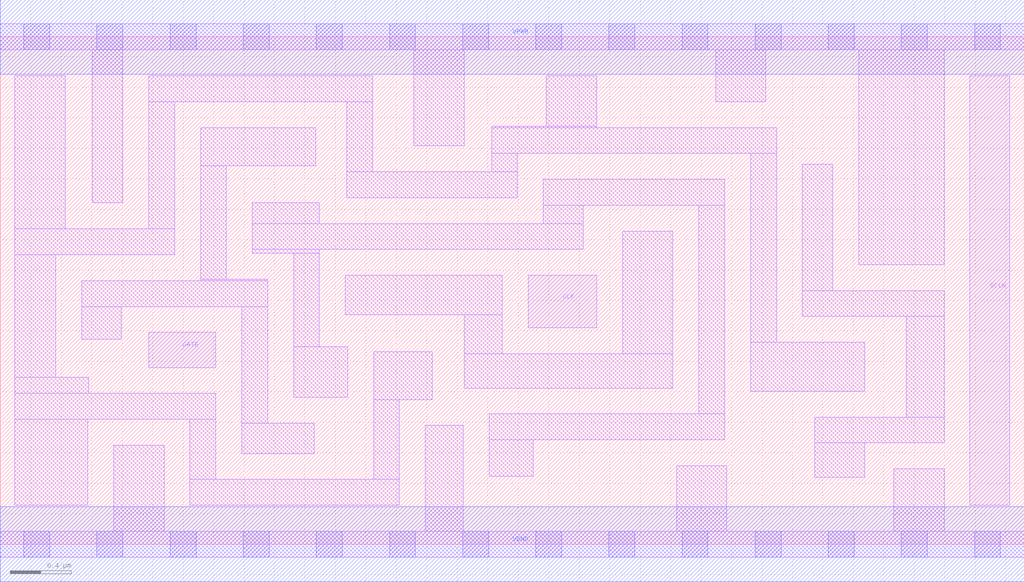
<source format=lef>
# Copyright 2020 The SkyWater PDK Authors
#
# Licensed under the Apache License, Version 2.0 (the "License");
# you may not use this file except in compliance with the License.
# You may obtain a copy of the License at
#
#     https://www.apache.org/licenses/LICENSE-2.0
#
# Unless required by applicable law or agreed to in writing, software
# distributed under the License is distributed on an "AS IS" BASIS,
# WITHOUT WARRANTIES OR CONDITIONS OF ANY KIND, either express or implied.
# See the License for the specific language governing permissions and
# limitations under the License.
#
# SPDX-License-Identifier: Apache-2.0

VERSION 5.7 ;
  NOWIREEXTENSIONATPIN ON ;
  DIVIDERCHAR "/" ;
  BUSBITCHARS "[]" ;
UNITS
  DATABASE MICRONS 200 ;
END UNITS
MACRO sky130_fd_sc_lp__dlclkp_1
  CLASS CORE ;
  FOREIGN sky130_fd_sc_lp__dlclkp_1 ;
  ORIGIN  0.000000  0.000000 ;
  SIZE  6.720000 BY  3.330000 ;
  SYMMETRY X Y R90 ;
  SITE unit ;
  PIN GATE
    ANTENNAGATEAREA  0.159000 ;
    DIRECTION INPUT ;
    USE SIGNAL ;
    PORT
      LAYER li1 ;
        RECT 0.975000 1.160000 1.415000 1.390000 ;
    END
  END GATE
  PIN GCLK
    ANTENNADIFFAREA  0.556500 ;
    DIRECTION OUTPUT ;
    USE SIGNAL ;
    PORT
      LAYER li1 ;
        RECT 6.365000 0.255000 6.625000 3.075000 ;
    END
  END GCLK
  PIN CLK
    ANTENNAGATEAREA  0.318000 ;
    DIRECTION INPUT ;
    USE CLOCK ;
    PORT
      LAYER li1 ;
        RECT 3.465000 1.420000 3.915000 1.765000 ;
    END
  END CLK
  PIN VGND
    DIRECTION INOUT ;
    USE GROUND ;
    PORT
      LAYER met1 ;
        RECT 0.000000 -0.245000 6.720000 0.245000 ;
    END
  END VGND
  PIN VPWR
    DIRECTION INOUT ;
    USE POWER ;
    PORT
      LAYER met1 ;
        RECT 0.000000 3.085000 6.720000 3.575000 ;
    END
  END VPWR
  OBS
    LAYER li1 ;
      RECT 0.000000 -0.085000 6.720000 0.085000 ;
      RECT 0.000000  3.245000 6.720000 3.415000 ;
      RECT 0.095000  0.255000 0.575000 0.820000 ;
      RECT 0.095000  0.820000 1.415000 0.990000 ;
      RECT 0.095000  0.990000 0.580000 1.095000 ;
      RECT 0.095000  1.095000 0.365000 1.900000 ;
      RECT 0.095000  1.900000 1.145000 2.070000 ;
      RECT 0.095000  2.070000 0.425000 3.075000 ;
      RECT 0.535000  1.345000 0.795000 1.560000 ;
      RECT 0.535000  1.560000 1.755000 1.730000 ;
      RECT 0.605000  2.240000 0.805000 3.245000 ;
      RECT 0.745000  0.085000 1.075000 0.650000 ;
      RECT 0.975000  2.070000 1.145000 2.905000 ;
      RECT 0.975000  2.905000 2.445000 3.075000 ;
      RECT 1.245000  0.255000 2.620000 0.425000 ;
      RECT 1.245000  0.425000 1.415000 0.820000 ;
      RECT 1.315000  1.730000 1.755000 1.740000 ;
      RECT 1.315000  1.740000 1.485000 2.485000 ;
      RECT 1.315000  2.485000 2.070000 2.735000 ;
      RECT 1.585000  0.595000 2.060000 0.795000 ;
      RECT 1.585000  0.795000 1.755000 1.560000 ;
      RECT 1.655000  1.910000 2.095000 1.935000 ;
      RECT 1.655000  1.935000 3.825000 2.105000 ;
      RECT 1.655000  2.105000 2.095000 2.240000 ;
      RECT 1.925000  0.965000 2.280000 1.295000 ;
      RECT 1.925000  1.295000 2.095000 1.910000 ;
      RECT 2.265000  1.505000 3.295000 1.765000 ;
      RECT 2.275000  2.275000 3.395000 2.445000 ;
      RECT 2.275000  2.445000 2.445000 2.905000 ;
      RECT 2.450000  0.425000 2.620000 0.950000 ;
      RECT 2.450000  0.950000 2.835000 1.265000 ;
      RECT 2.715000  2.615000 3.045000 3.245000 ;
      RECT 2.790000  0.085000 3.040000 0.780000 ;
      RECT 3.045000  1.025000 4.415000 1.250000 ;
      RECT 3.045000  1.250000 3.295000 1.505000 ;
      RECT 3.210000  0.445000 3.500000 0.685000 ;
      RECT 3.210000  0.685000 4.755000 0.855000 ;
      RECT 3.225000  2.445000 3.395000 2.565000 ;
      RECT 3.225000  2.565000 5.095000 2.735000 ;
      RECT 3.225000  2.735000 3.915000 2.745000 ;
      RECT 3.565000  2.105000 3.825000 2.225000 ;
      RECT 3.565000  2.225000 4.755000 2.395000 ;
      RECT 3.585000  2.745000 3.915000 3.075000 ;
      RECT 4.085000  1.250000 4.415000 2.055000 ;
      RECT 4.440000  0.085000 4.770000 0.515000 ;
      RECT 4.585000  0.855000 4.755000 2.225000 ;
      RECT 4.695000  2.905000 5.025000 3.245000 ;
      RECT 4.925000  1.005000 5.675000 1.325000 ;
      RECT 4.925000  1.325000 5.095000 2.565000 ;
      RECT 5.265000  1.495000 6.195000 1.665000 ;
      RECT 5.265000  1.665000 5.465000 2.495000 ;
      RECT 5.345000  0.440000 5.675000 0.665000 ;
      RECT 5.345000  0.665000 6.195000 0.835000 ;
      RECT 5.635000  1.835000 6.195000 3.245000 ;
      RECT 5.865000  0.085000 6.195000 0.495000 ;
      RECT 5.945000  0.835000 6.195000 1.495000 ;
    LAYER mcon ;
      RECT 0.155000 -0.085000 0.325000 0.085000 ;
      RECT 0.155000  3.245000 0.325000 3.415000 ;
      RECT 0.635000 -0.085000 0.805000 0.085000 ;
      RECT 0.635000  3.245000 0.805000 3.415000 ;
      RECT 1.115000 -0.085000 1.285000 0.085000 ;
      RECT 1.115000  3.245000 1.285000 3.415000 ;
      RECT 1.595000 -0.085000 1.765000 0.085000 ;
      RECT 1.595000  3.245000 1.765000 3.415000 ;
      RECT 2.075000 -0.085000 2.245000 0.085000 ;
      RECT 2.075000  3.245000 2.245000 3.415000 ;
      RECT 2.555000 -0.085000 2.725000 0.085000 ;
      RECT 2.555000  3.245000 2.725000 3.415000 ;
      RECT 3.035000 -0.085000 3.205000 0.085000 ;
      RECT 3.035000  3.245000 3.205000 3.415000 ;
      RECT 3.515000 -0.085000 3.685000 0.085000 ;
      RECT 3.515000  3.245000 3.685000 3.415000 ;
      RECT 3.995000 -0.085000 4.165000 0.085000 ;
      RECT 3.995000  3.245000 4.165000 3.415000 ;
      RECT 4.475000 -0.085000 4.645000 0.085000 ;
      RECT 4.475000  3.245000 4.645000 3.415000 ;
      RECT 4.955000 -0.085000 5.125000 0.085000 ;
      RECT 4.955000  3.245000 5.125000 3.415000 ;
      RECT 5.435000 -0.085000 5.605000 0.085000 ;
      RECT 5.435000  3.245000 5.605000 3.415000 ;
      RECT 5.915000 -0.085000 6.085000 0.085000 ;
      RECT 5.915000  3.245000 6.085000 3.415000 ;
      RECT 6.395000 -0.085000 6.565000 0.085000 ;
      RECT 6.395000  3.245000 6.565000 3.415000 ;
  END
END sky130_fd_sc_lp__dlclkp_1
END LIBRARY

</source>
